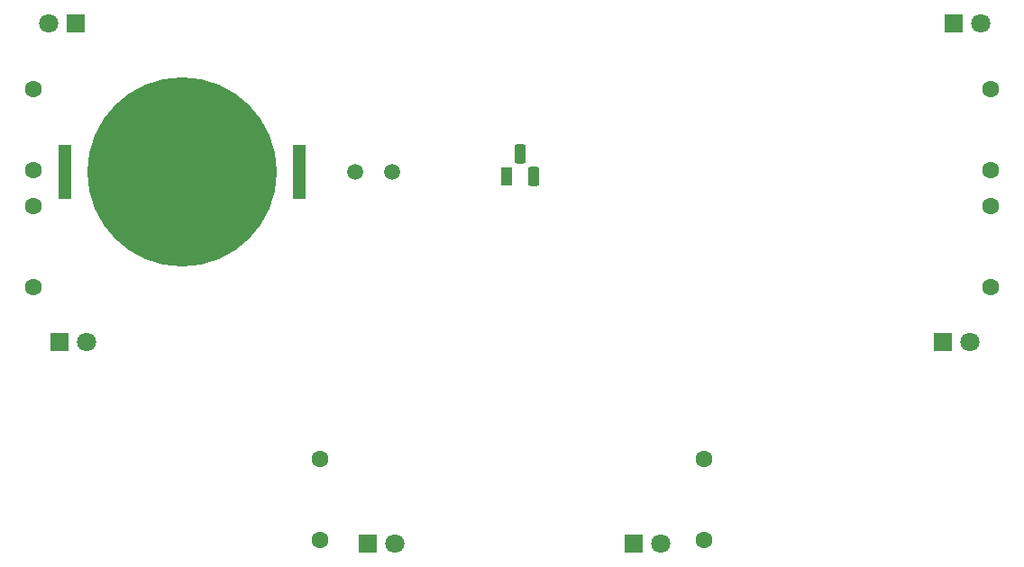
<source format=gts>
G04 #@! TF.GenerationSoftware,KiCad,Pcbnew,9.0.2*
G04 #@! TF.CreationDate,2025-06-06T13:56:25-05:00*
G04 #@! TF.ProjectId,bow,626f772e-6b69-4636-9164-5f7063625858,rev?*
G04 #@! TF.SameCoordinates,Original*
G04 #@! TF.FileFunction,Soldermask,Top*
G04 #@! TF.FilePolarity,Negative*
%FSLAX46Y46*%
G04 Gerber Fmt 4.6, Leading zero omitted, Abs format (unit mm)*
G04 Created by KiCad (PCBNEW 9.0.2) date 2025-06-06 13:56:25*
%MOMM*%
%LPD*%
G01*
G04 APERTURE LIST*
G04 Aperture macros list*
%AMRoundRect*
0 Rectangle with rounded corners*
0 $1 Rounding radius*
0 $2 $3 $4 $5 $6 $7 $8 $9 X,Y pos of 4 corners*
0 Add a 4 corners polygon primitive as box body*
4,1,4,$2,$3,$4,$5,$6,$7,$8,$9,$2,$3,0*
0 Add four circle primitives for the rounded corners*
1,1,$1+$1,$2,$3*
1,1,$1+$1,$4,$5*
1,1,$1+$1,$6,$7*
1,1,$1+$1,$8,$9*
0 Add four rect primitives between the rounded corners*
20,1,$1+$1,$2,$3,$4,$5,0*
20,1,$1+$1,$4,$5,$6,$7,0*
20,1,$1+$1,$6,$7,$8,$9,0*
20,1,$1+$1,$8,$9,$2,$3,0*%
G04 Aperture macros list end*
%ADD10R,1.800000X1.800000*%
%ADD11C,1.800000*%
%ADD12C,1.600000*%
%ADD13C,1.500000*%
%ADD14R,1.270000X5.080000*%
%ADD15C,17.800000*%
%ADD16R,1.100000X1.800000*%
%ADD17RoundRect,0.275000X-0.275000X-0.625000X0.275000X-0.625000X0.275000X0.625000X-0.275000X0.625000X0*%
G04 APERTURE END LIST*
D10*
G04 #@! TO.C,D6*
X230460000Y-121000000D03*
D11*
X233000000Y-121000000D03*
G04 #@! TD*
D12*
G04 #@! TO.C,R5*
X201000000Y-120620000D03*
X201000000Y-113000000D03*
G04 #@! TD*
G04 #@! TO.C,R4*
X264000000Y-96810000D03*
X264000000Y-89190000D03*
G04 #@! TD*
D10*
G04 #@! TO.C,D1*
X178000000Y-72000000D03*
D11*
X175460000Y-72000000D03*
G04 #@! TD*
D12*
G04 #@! TO.C,R6*
X237000000Y-120620000D03*
X237000000Y-113000000D03*
G04 #@! TD*
D10*
G04 #@! TO.C,D2*
X176460000Y-102000000D03*
D11*
X179000000Y-102000000D03*
G04 #@! TD*
D10*
G04 #@! TO.C,D4*
X259460000Y-102000000D03*
D11*
X262000000Y-102000000D03*
G04 #@! TD*
D13*
G04 #@! TO.C,R7*
X204300000Y-86000000D03*
X207700000Y-86000000D03*
G04 #@! TD*
D12*
G04 #@! TO.C,R2*
X174000000Y-96810000D03*
X174000000Y-89190000D03*
G04 #@! TD*
G04 #@! TO.C,R1*
X174000000Y-78190000D03*
X174000000Y-85810000D03*
G04 #@! TD*
D10*
G04 #@! TO.C,D3*
X260460000Y-72000000D03*
D11*
X263000000Y-72000000D03*
G04 #@! TD*
D14*
G04 #@! TO.C,BT1*
X177015000Y-86000000D03*
X198985000Y-86000000D03*
D15*
X188000000Y-86000000D03*
G04 #@! TD*
D12*
G04 #@! TO.C,R3*
X264000000Y-78190000D03*
X264000000Y-85810000D03*
G04 #@! TD*
D10*
G04 #@! TO.C,D5*
X205460000Y-121000000D03*
D11*
X208000000Y-121000000D03*
G04 #@! TD*
D16*
G04 #@! TO.C,Q1*
X218460000Y-86400000D03*
D17*
X219730000Y-84330000D03*
X221000000Y-86400000D03*
G04 #@! TD*
M02*

</source>
